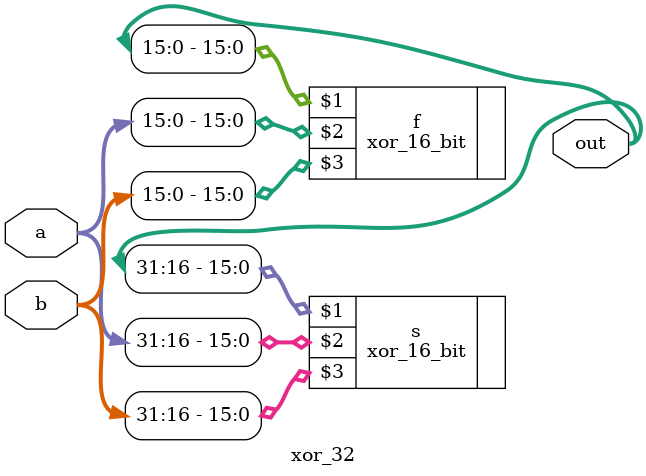
<source format=v>
module xor_2(out, a, b);
input [1:0] a, b;
output [1:0] out;

xor f(out[0], a[0], b[0]),
    s(out[1], a[1], b[1]);
endmodule

module xor_4(out, a, b);
input [3:0] a, b;
output [3:0] out;

xor_2_bit f(out[1:0], a[1:0], b[1:0]),
          s(out[3:2], a[3:2], b[3:2]);
endmodule

module xor_8(out, a, b);
input [7:0] a, b;
output [7:0] out;

xor_4_bit f(out[3:0], a[3:0], b[3:0]),
          s(out[7:4], a[7:4], b[7:4]);
endmodule

module xor_16(out, a, b);
input [15:0] a, b;
output [15:0] out;

xor_8_bit f(out[7:0], a[7:0], b[7:0]),
          s(out[15:8], a[15:8], b[15:8]);
endmodule
module xor_32(out,
                  a,
                  b);
    input [31:0] a, b;
    output [31:0] out;
    
    xor_16_bit f(out[15:0], a[15:0], b[15:0]),
    s(out[31:16], a[31:16], b[31:16]);
endmodule

</source>
